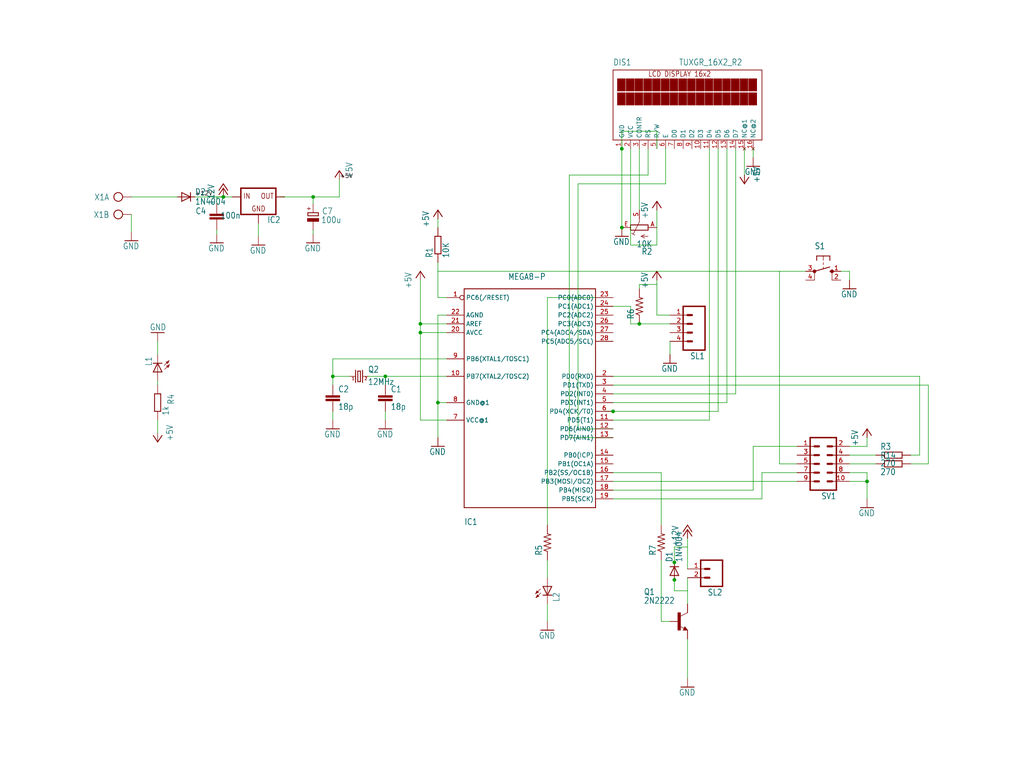
<source format=kicad_sch>
(kicad_sch (version 20231120) (generator "eeschema") (generator_version "8.0")
  (paper "User" 297.002 223.723)
  (lib_symbols
    (symbol "TF_humidity-eagle-import:+12V" (power)
      (symbol "+12V_1_0"
        (polyline (pts (xy 0 0) (xy -1.27 -1.905)) (stroke (width 0.254)))
        (polyline (pts (xy 0 1.27) (xy -1.27 -0.635)) (stroke (width 0.254)))
        (polyline (pts (xy 1.27 -1.905) (xy 0 0)) (stroke (width 0.254)))
        (polyline (pts (xy 1.27 -0.635) (xy 0 1.27)) (stroke (width 0.254)))
        (pin power_in line (at 0 -2.54 90) (length 2.54) (name "+12V") (number "1"))
      )
    )
    (symbol "TF_humidity-eagle-import:+5V" (power)
      (symbol "+5V_1_0"
        (polyline (pts (xy 0 0) (xy -1.27 -1.905)) (stroke (width 0.254)))
        (polyline (pts (xy 1.27 -1.905) (xy 0 0)) (stroke (width 0.254)))
        (pin power_in line (at 0 -2.54 90) (length 2.54) (name "+5V") (number "1"))
      )
    )
    (symbol "TF_humidity-eagle-import:10-XX"
      (property "Reference" "S" (at -6.35 -2.54 90))
      (symbol "10-XX_1_0"
        (circle (center 0 -2.54) (radius 0.127) (stroke (width 0.4064)))
        (polyline (pts (xy -4.445 -1.905) (xy -3.175 -1.905)) (stroke (width 0.254)))
        (polyline (pts (xy -4.445 0) (xy -4.445 -1.905)) (stroke (width 0.254)))
        (polyline (pts (xy -4.445 0) (xy -3.175 0)) (stroke (width 0.1524)))
        (polyline (pts (xy -4.445 1.905) (xy -4.445 0)) (stroke (width 0.254)))
        (polyline (pts (xy -4.445 1.905) (xy -3.175 1.905)) (stroke (width 0.254)))
        (polyline (pts (xy -2.54 0) (xy -1.905 0)) (stroke (width 0.1524)))
        (polyline (pts (xy -1.27 0) (xy -0.635 0)) (stroke (width 0.1524)))
        (polyline (pts (xy 0 -2.54) (xy -1.27 1.905)) (stroke (width 0.254)))
        (polyline (pts (xy 0 1.905) (xy 0 2.54)) (stroke (width 0.254)))
        (polyline (pts (xy 2.54 -2.54) (xy 0 -2.54)) (stroke (width 0.1524)))
        (polyline (pts (xy 2.54 2.54) (xy 0 2.54)) (stroke (width 0.1524)))
        (circle (center 0 2.54) (radius 0.127) (stroke (width 0.4064)))
        (pin passive line (at 0 5.08 270) (length 2.54) (name "S") (number "1"))
        (pin passive line (at 2.54 5.08 270) (length 2.54) (name "S1") (number "2"))
        (pin passive line (at 0 -5.08 90) (length 2.54) (name "P") (number "3"))
        (pin passive line (at 2.54 -5.08 90) (length 2.54) (name "P1") (number "4"))
      )
    )
    (symbol "TF_humidity-eagle-import:1N4004"
      (property "Reference" "D" (at 2.54 0.4826 0))
      (symbol "1N4004_1_0"
        (polyline (pts (xy -1.27 -1.27) (xy 1.27 0)) (stroke (width 0.254)))
        (polyline (pts (xy -1.27 1.27) (xy -1.27 -1.27)) (stroke (width 0.254)))
        (polyline (pts (xy 1.27 0) (xy -1.27 1.27)) (stroke (width 0.254)))
        (polyline (pts (xy 1.27 0) (xy 1.27 -1.27)) (stroke (width 0.254)))
        (polyline (pts (xy 1.27 1.27) (xy 1.27 0)) (stroke (width 0.254)))
        (pin passive line (at -2.54 0 0) (length 2.54) (name "A") (number "A"))
        (pin passive line (at 2.54 0 180) (length 2.54) (name "C") (number "C"))
      )
    )
    (symbol "TF_humidity-eagle-import:78XXS"
      (property "Reference" "IC" (at 2.54 -7.62 0))
      (symbol "78XXS_1_0"
        (polyline (pts (xy -5.08 -5.08) (xy 5.08 -5.08)) (stroke (width 0.4064)))
        (polyline (pts (xy -5.08 2.54) (xy -5.08 -5.08)) (stroke (width 0.4064)))
        (polyline (pts (xy 5.08 -5.08) (xy 5.08 2.54)) (stroke (width 0.4064)))
        (polyline (pts (xy 5.08 2.54) (xy -5.08 2.54)) (stroke (width 0.4064)))
        (text "GND" (at -2.032 -4.318 0) (effects (font (size 1.524 1.2954)) (justify left bottom)))
        (text "IN" (at -4.445 -0.635 0) (effects (font (size 1.524 1.2954)) (justify left bottom)))
        (text "OUT" (at 0.635 -0.635 0) (effects (font (size 1.524 1.2954)) (justify left bottom)))
        (pin input line (at 0 -7.62 90) (length 2.54) (name "GND") (number "GND"))
        (pin input line (at -7.62 0 0) (length 2.54) (name "IN") (number "IN"))
        (pin passive line (at 7.62 0 180) (length 2.54) (name "OUT") (number "OUT"))
      )
    )
    (symbol "TF_humidity-eagle-import:BC547"
      (property "Reference" "Q" (at -10.16 7.62 0))
      (symbol "BC547_1_0"
        (rectangle (start -0.254 -2.54) (end 0.508 2.54) (fill (type outline)))
        (polyline (pts (xy 1.27 -2.54) (xy 1.778 -1.524)) (stroke (width 0.1524)))
        (polyline (pts (xy 1.524 -2.413) (xy 2.286 -2.413)) (stroke (width 0.254)))
        (polyline (pts (xy 1.524 -2.286) (xy 1.905 -2.286)) (stroke (width 0.254)))
        (polyline (pts (xy 1.54 -2.04) (xy 0.308 -1.424)) (stroke (width 0.1524)))
        (polyline (pts (xy 1.778 -1.778) (xy 1.524 -2.286)) (stroke (width 0.254)))
        (polyline (pts (xy 1.778 -1.524) (xy 2.54 -2.54)) (stroke (width 0.1524)))
        (polyline (pts (xy 1.905 -2.286) (xy 1.778 -2.032)) (stroke (width 0.254)))
        (polyline (pts (xy 2.286 -2.413) (xy 1.778 -1.778)) (stroke (width 0.254)))
        (polyline (pts (xy 2.54 -2.54) (xy 1.27 -2.54)) (stroke (width 0.1524)))
        (polyline (pts (xy 2.54 2.54) (xy 0.508 1.524)) (stroke (width 0.1524)))
        (pin passive line (at 2.54 -5.08 90) (length 2.54) (name "E") (number "1"))
        (pin passive line (at -2.54 0 0) (length 2.54) (name "B") (number "2"))
        (pin passive line (at 2.54 5.08 270) (length 2.54) (name "C") (number "3"))
      )
    )
    (symbol "TF_humidity-eagle-import:C-EU025-024X044"
      (property "Reference" "C" (at 1.524 0.381 0))
      (symbol "C-EU025-024X044_1_0"
        (rectangle (start -2.032 -2.032) (end 2.032 -1.524) (fill (type outline)))
        (rectangle (start -2.032 -1.016) (end 2.032 -0.508) (fill (type outline)))
        (polyline (pts (xy 0 -2.54) (xy 0 -2.032)) (stroke (width 0.1524)))
        (polyline (pts (xy 0 0) (xy 0 -0.508)) (stroke (width 0.1524)))
        (pin passive line (at 0 2.54 270) (length 2.54) (name "1") (number "1"))
        (pin passive line (at 0 -5.08 90) (length 2.54) (name "2") (number "2"))
      )
    )
    (symbol "TF_humidity-eagle-import:CPOL-EUE3.5-8"
      (property "Reference" "C" (at 1.143 0.4826 0))
      (symbol "CPOL-EUE3.5-8_1_0"
        (rectangle (start -1.651 -2.54) (end 1.651 -1.651) (fill (type outline)))
        (polyline (pts (xy -1.524 -0.889) (xy 1.524 -0.889)) (stroke (width 0.254)))
        (polyline (pts (xy -1.524 0) (xy -1.524 -0.889)) (stroke (width 0.254)))
        (polyline (pts (xy -1.524 0) (xy 1.524 0)) (stroke (width 0.254)))
        (polyline (pts (xy 1.524 -0.889) (xy 1.524 0)) (stroke (width 0.254)))
        (text "+" (at -0.5842 0.4064 900) (effects (font (size 1.27 1.0795)) (justify left bottom)))
        (pin passive line (at 0 2.54 270) (length 2.54) (name "+") (number "+"))
        (pin passive line (at 0 -5.08 90) (length 2.54) (name "-") (number "-"))
      )
    )
    (symbol "TF_humidity-eagle-import:CRYTALHC49S"
      (property "Reference" "Q" (at 2.54 1.016 0))
      (symbol "CRYTALHC49S_1_0"
        (polyline (pts (xy -2.54 0) (xy -1.016 0)) (stroke (width 0.1524)))
        (polyline (pts (xy -1.016 1.778) (xy -1.016 -1.778)) (stroke (width 0.254)))
        (polyline (pts (xy -0.381 -1.524) (xy 0.381 -1.524)) (stroke (width 0.254)))
        (polyline (pts (xy -0.381 1.524) (xy -0.381 -1.524)) (stroke (width 0.254)))
        (polyline (pts (xy 0.381 -1.524) (xy 0.381 1.524)) (stroke (width 0.254)))
        (polyline (pts (xy 0.381 1.524) (xy -0.381 1.524)) (stroke (width 0.254)))
        (polyline (pts (xy 1.016 0) (xy 2.54 0)) (stroke (width 0.1524)))
        (polyline (pts (xy 1.016 1.778) (xy 1.016 -1.778)) (stroke (width 0.254)))
        (text "1" (at -2.159 -1.143 0) (effects (font (size 0.8636 0.734)) (justify left bottom)))
        (text "2" (at 1.524 -1.143 0) (effects (font (size 0.8636 0.734)) (justify left bottom)))
        (pin passive line (at -2.54 0 0) (length 0) (name "1") (number "1"))
        (pin passive line (at 2.54 0 180) (length 0) (name "2") (number "2"))
      )
    )
    (symbol "TF_humidity-eagle-import:GND" (power)
      (symbol "GND_1_0"
        (polyline (pts (xy -1.905 0) (xy 1.905 0)) (stroke (width 0.254)))
        (pin power_in line (at 0 2.54 270) (length 2.54) (name "GND") (number "1"))
      )
    )
    (symbol "TF_humidity-eagle-import:LED5MM"
      (property "Reference" "LED" (at 3.556 -4.572 90))
      (symbol "LED5MM_1_0"
        (polyline (pts (xy -2.032 -0.762) (xy -3.429 -2.159)) (stroke (width 0.1524)))
        (polyline (pts (xy -1.905 -1.905) (xy -3.302 -3.302)) (stroke (width 0.1524)))
        (polyline (pts (xy 0 -2.54) (xy -1.27 -2.54)) (stroke (width 0.254)))
        (polyline (pts (xy 0 -2.54) (xy -1.27 0)) (stroke (width 0.254)))
        (polyline (pts (xy 0 0) (xy -1.27 0)) (stroke (width 0.254)))
        (polyline (pts (xy 0 0) (xy 0 -2.54)) (stroke (width 0.1524)))
        (polyline (pts (xy 1.27 -2.54) (xy 0 -2.54)) (stroke (width 0.254)))
        (polyline (pts (xy 1.27 0) (xy 0 -2.54)) (stroke (width 0.254)))
        (polyline (pts (xy 1.27 0) (xy 0 0)) (stroke (width 0.254)))
        (polyline (pts (xy -3.429 -2.159) (xy -3.048 -1.27) (xy -2.54 -1.778)) (stroke (width 0.1524)) (fill (type outline)))
        (polyline (pts (xy -3.302 -3.302) (xy -2.921 -2.413) (xy -2.413 -2.921)) (stroke (width 0.1524)) (fill (type outline)))
        (pin passive line (at 0 2.54 270) (length 2.54) (name "A") (number "A"))
        (pin passive line (at 0 -5.08 90) (length 2.54) (name "C") (number "K"))
      )
    )
    (symbol "TF_humidity-eagle-import:M02"
      (property "Reference" "SL" (at -2.54 5.842 0))
      (symbol "M02_1_0"
        (polyline (pts (xy -2.54 5.08) (xy -2.54 -2.54)) (stroke (width 0.4064)))
        (polyline (pts (xy -2.54 5.08) (xy 3.81 5.08)) (stroke (width 0.4064)))
        (polyline (pts (xy 1.27 0) (xy 2.54 0)) (stroke (width 0.6096)))
        (polyline (pts (xy 1.27 2.54) (xy 2.54 2.54)) (stroke (width 0.6096)))
        (polyline (pts (xy 3.81 -2.54) (xy -2.54 -2.54)) (stroke (width 0.4064)))
        (polyline (pts (xy 3.81 -2.54) (xy 3.81 5.08)) (stroke (width 0.4064)))
        (pin passive line (at 7.62 0 180) (length 5.08) (name "1") (number "1"))
        (pin passive line (at 7.62 2.54 180) (length 5.08) (name "2") (number "2"))
      )
    )
    (symbol "TF_humidity-eagle-import:M04"
      (property "Reference" "SL" (at -5.08 8.382 0))
      (symbol "M04_1_0"
        (polyline (pts (xy -5.08 7.62) (xy -5.08 -5.08)) (stroke (width 0.4064)))
        (polyline (pts (xy -5.08 7.62) (xy 1.27 7.62)) (stroke (width 0.4064)))
        (polyline (pts (xy -1.27 -2.54) (xy 0 -2.54)) (stroke (width 0.6096)))
        (polyline (pts (xy -1.27 0) (xy 0 0)) (stroke (width 0.6096)))
        (polyline (pts (xy -1.27 2.54) (xy 0 2.54)) (stroke (width 0.6096)))
        (polyline (pts (xy -1.27 5.08) (xy 0 5.08)) (stroke (width 0.6096)))
        (polyline (pts (xy 1.27 -5.08) (xy -5.08 -5.08)) (stroke (width 0.4064)))
        (polyline (pts (xy 1.27 -5.08) (xy 1.27 7.62)) (stroke (width 0.4064)))
        (pin passive line (at 5.08 -2.54 180) (length 5.08) (name "1") (number "1"))
        (pin passive line (at 5.08 0 180) (length 5.08) (name "2") (number "2"))
        (pin passive line (at 5.08 2.54 180) (length 5.08) (name "3") (number "3"))
        (pin passive line (at 5.08 5.08 180) (length 5.08) (name "4") (number "4"))
      )
    )
    (symbol "TF_humidity-eagle-import:MEGA8-P"
      (property "Reference" "IC" (at -17.78 -38.1 0))
      (symbol "MEGA8-P_1_0"
        (polyline (pts (xy -17.78 -33.02) (xy -17.78 30.48)) (stroke (width 0.254)))
        (polyline (pts (xy -17.78 30.48) (xy 20.32 30.48)) (stroke (width 0.254)))
        (polyline (pts (xy 20.32 -33.02) (xy -17.78 -33.02)) (stroke (width 0.254)))
        (polyline (pts (xy 20.32 30.48) (xy 20.32 -33.02)) (stroke (width 0.254)))
        (pin bidirectional inverted (at -22.86 27.94 0) (length 5.08) (name "PC6(/RESET)") (number "1"))
        (pin bidirectional line (at -22.86 5.08 0) (length 5.08) (name "PB7(XTAL2/TOSC2)") (number "10"))
        (pin bidirectional line (at 25.4 -7.62 180) (length 5.08) (name "PD5(T1)") (number "11"))
        (pin bidirectional line (at 25.4 -10.16 180) (length 5.08) (name "PD6(AIN0)") (number "12"))
        (pin bidirectional line (at 25.4 -12.7 180) (length 5.08) (name "PD7(AIN1)") (number "13"))
        (pin bidirectional line (at 25.4 -17.78 180) (length 5.08) (name "PB0(ICP)") (number "14"))
        (pin bidirectional line (at 25.4 -20.32 180) (length 5.08) (name "PB1(OC1A)") (number "15"))
        (pin bidirectional line (at 25.4 -22.86 180) (length 5.08) (name "PB2(SS/OC1B)") (number "16"))
        (pin bidirectional line (at 25.4 -25.4 180) (length 5.08) (name "PB3(MOSI/OC2)") (number "17"))
        (pin bidirectional line (at 25.4 -27.94 180) (length 5.08) (name "PB4(MISO)") (number "18"))
        (pin bidirectional line (at 25.4 -30.48 180) (length 5.08) (name "PB5(SCK)") (number "19"))
        (pin bidirectional line (at 25.4 5.08 180) (length 5.08) (name "PD0(RXD)") (number "2"))
        (pin bidirectional line (at -22.86 17.78 0) (length 5.08) (name "AVCC") (number "20"))
        (pin bidirectional line (at -22.86 20.32 0) (length 5.08) (name "AREF") (number "21"))
        (pin bidirectional line (at -22.86 22.86 0) (length 5.08) (name "AGND") (number "22"))
        (pin bidirectional line (at 25.4 27.94 180) (length 5.08) (name "PC0(ADC0)") (number "23"))
        (pin bidirectional line (at 25.4 25.4 180) (length 5.08) (name "PC1(ADC1)") (number "24"))
        (pin bidirectional line (at 25.4 22.86 180) (length 5.08) (name "PC2(ADC2)") (number "25"))
        (pin bidirectional line (at 25.4 20.32 180) (length 5.08) (name "PC3(ADC3)") (number "26"))
        (pin bidirectional line (at 25.4 17.78 180) (length 5.08) (name "PC4(ADC4/SDA)") (number "27"))
        (pin bidirectional line (at 25.4 15.24 180) (length 5.08) (name "PC5(ADC5/SCL)") (number "28"))
        (pin bidirectional line (at 25.4 2.54 180) (length 5.08) (name "PD1(TXD)") (number "3"))
        (pin bidirectional line (at 25.4 0 180) (length 5.08) (name "PD2(INT0)") (number "4"))
        (pin bidirectional line (at 25.4 -2.54 180) (length 5.08) (name "PD3(INT1)") (number "5"))
        (pin bidirectional line (at 25.4 -5.08 180) (length 5.08) (name "PD4(XCK/T0)") (number "6"))
        (pin bidirectional line (at -22.86 -7.62 0) (length 5.08) (name "VCC@1") (number "7"))
        (pin bidirectional line (at -22.86 -2.54 0) (length 5.08) (name "GND@1") (number "8"))
        (pin bidirectional line (at -22.86 10.16 0) (length 5.08) (name "PB6(XTAL1/TOSC1)") (number "9"))
      )
    )
    (symbol "TF_humidity-eagle-import:ML10"
      (property "Reference" "SV" (at -3.81 8.382 0))
      (symbol "ML10_1_0"
        (polyline (pts (xy -3.81 7.62) (xy -3.81 -7.62)) (stroke (width 0.4064)))
        (polyline (pts (xy -3.81 7.62) (xy 3.81 7.62)) (stroke (width 0.4064)))
        (polyline (pts (xy -2.54 -5.08) (xy -1.27 -5.08)) (stroke (width 0.6096)))
        (polyline (pts (xy -2.54 -2.54) (xy -1.27 -2.54)) (stroke (width 0.6096)))
        (polyline (pts (xy -2.54 0) (xy -1.27 0)) (stroke (width 0.6096)))
        (polyline (pts (xy -2.54 2.54) (xy -1.27 2.54)) (stroke (width 0.6096)))
        (polyline (pts (xy -2.54 5.08) (xy -1.27 5.08)) (stroke (width 0.6096)))
        (polyline (pts (xy 1.27 -5.08) (xy 2.54 -5.08)) (stroke (width 0.6096)))
        (polyline (pts (xy 1.27 -2.54) (xy 2.54 -2.54)) (stroke (width 0.6096)))
        (polyline (pts (xy 1.27 0) (xy 2.54 0)) (stroke (width 0.6096)))
        (polyline (pts (xy 1.27 2.54) (xy 2.54 2.54)) (stroke (width 0.6096)))
        (polyline (pts (xy 1.27 5.08) (xy 2.54 5.08)) (stroke (width 0.6096)))
        (polyline (pts (xy 3.81 -7.62) (xy -3.81 -7.62)) (stroke (width 0.4064)))
        (polyline (pts (xy 3.81 -7.62) (xy 3.81 7.62)) (stroke (width 0.4064)))
        (pin passive line (at 7.62 -5.08 180) (length 5.08) (name "1") (number "1"))
        (pin passive line (at -7.62 5.08 0) (length 5.08) (name "10") (number "10"))
        (pin passive line (at -7.62 -5.08 0) (length 5.08) (name "2") (number "2"))
        (pin passive line (at 7.62 -2.54 180) (length 5.08) (name "3") (number "3"))
        (pin passive line (at -7.62 -2.54 0) (length 5.08) (name "4") (number "4"))
        (pin passive line (at 7.62 0 180) (length 5.08) (name "5") (number "5"))
        (pin passive line (at -7.62 0 0) (length 5.08) (name "6") (number "6"))
        (pin passive line (at 7.62 2.54 180) (length 5.08) (name "7") (number "7"))
        (pin passive line (at -7.62 2.54 0) (length 5.08) (name "8") (number "8"))
        (pin passive line (at 7.62 5.08 180) (length 5.08) (name "9") (number "9"))
      )
    )
    (symbol "TF_humidity-eagle-import:R-EU_0207/10"
      (property "Reference" "R" (at -3.81 1.4986 0))
      (symbol "R-EU_0207/10_1_0"
        (polyline (pts (xy -2.54 -0.889) (xy -2.54 0.889)) (stroke (width 0.254)))
        (polyline (pts (xy -2.54 -0.889) (xy 2.54 -0.889)) (stroke (width 0.254)))
        (polyline (pts (xy 2.54 -0.889) (xy 2.54 0.889)) (stroke (width 0.254)))
        (polyline (pts (xy 2.54 0.889) (xy -2.54 0.889)) (stroke (width 0.254)))
        (pin passive line (at -5.08 0 0) (length 2.54) (name "1") (number "1"))
        (pin passive line (at 5.08 0 180) (length 2.54) (name "2") (number "2"))
      )
    )
    (symbol "TF_humidity-eagle-import:R-US_0207/10"
      (property "Reference" "R" (at -3.81 1.4986 0))
      (symbol "R-US_0207/10_1_0"
        (polyline (pts (xy -2.54 0) (xy -2.159 1.016)) (stroke (width 0.2032)))
        (polyline (pts (xy -2.159 1.016) (xy -1.524 -1.016)) (stroke (width 0.2032)))
        (polyline (pts (xy -1.524 -1.016) (xy -0.889 1.016)) (stroke (width 0.2032)))
        (polyline (pts (xy -0.889 1.016) (xy -0.254 -1.016)) (stroke (width 0.2032)))
        (polyline (pts (xy -0.254 -1.016) (xy 0.381 1.016)) (stroke (width 0.2032)))
        (polyline (pts (xy 0.381 1.016) (xy 1.016 -1.016)) (stroke (width 0.2032)))
        (polyline (pts (xy 1.016 -1.016) (xy 1.651 1.016)) (stroke (width 0.2032)))
        (polyline (pts (xy 1.651 1.016) (xy 2.286 -1.016)) (stroke (width 0.2032)))
        (polyline (pts (xy 2.286 -1.016) (xy 2.54 0)) (stroke (width 0.2032)))
        (pin passive line (at -5.08 0 0) (length 2.54) (name "1") (number "1"))
        (pin passive line (at 5.08 0 180) (length 2.54) (name "2") (number "2"))
      )
    )
    (symbol "TF_humidity-eagle-import:SMKDSP_1,5/2"
      (property "Reference" "X" (at -1.27 0.889 0))
      (symbol "SMKDSP_1,5/2_1_0"
        (circle (center 1.27 0) (radius 1.27) (stroke (width 0.254)))
        (pin passive line (at 5.08 0 180) (length 2.54) (name "KL") (number "1"))
      )
      (symbol "SMKDSP_1,5/2_2_0"
        (circle (center 1.27 0) (radius 1.27) (stroke (width 0.254)))
        (pin passive line (at 5.08 0 180) (length 2.54) (name "KL") (number "2"))
      )
    )
    (symbol "TF_humidity-eagle-import:TRIM_EU-CA6V"
      (property "Reference" "R" (at -5.969 -3.81 90))
      (symbol "TRIM_EU-CA6V_1_0"
        (polyline (pts (xy -2.54 -2.54) (xy -2.54 -0.508)) (stroke (width 0.1524)))
        (polyline (pts (xy -2.54 -0.508) (xy -3.048 -1.524)) (stroke (width 0.1524)))
        (polyline (pts (xy -2.54 -0.508) (xy -2.032 -1.524)) (stroke (width 0.1524)))
        (polyline (pts (xy -2.1597 1.2939) (xy -1.7018 2.2352)) (stroke (width 0.1524)))
        (polyline (pts (xy -0.762 -2.54) (xy 0.762 -2.54)) (stroke (width 0.254)))
        (polyline (pts (xy -0.762 2.54) (xy -0.762 -2.54)) (stroke (width 0.254)))
        (polyline (pts (xy 0.762 -2.54) (xy 0.762 2.54)) (stroke (width 0.254)))
        (polyline (pts (xy 0.762 2.54) (xy -0.762 2.54)) (stroke (width 0.254)))
        (polyline (pts (xy 1.651 0) (xy -1.8796 1.7526)) (stroke (width 0.1524)))
        (polyline (pts (xy 2.54 0) (xy 1.651 0)) (stroke (width 0.1524)))
        (pin passive line (at 0 -5.08 90) (length 2.54) (name "A") (number "A"))
        (pin passive line (at 0 5.08 270) (length 2.54) (name "E") (number "E"))
        (pin passive line (at 5.08 0 180) (length 2.54) (name "S") (number "S"))
      )
    )
    (symbol "TF_humidity-eagle-import:TUXGR_16X2_R2"
      (property "Reference" "DIS" (at -20.32 13.97 0))
      (symbol "TUXGR_16X2_R2_1_0"
        (rectangle (start -19.05 2.54) (end -16.764 6.096) (fill (type outline)))
        (rectangle (start -19.05 6.604) (end -16.764 10.16) (fill (type outline)))
        (rectangle (start -16.51 2.54) (end -14.224 6.096) (fill (type outline)))
        (rectangle (start -16.51 6.604) (end -14.224 10.16) (fill (type outline)))
        (rectangle (start -13.97 2.54) (end -11.684 6.096) (fill (type outline)))
        (rectangle (start -13.97 6.604) (end -11.684 10.16) (fill (type outline)))
        (rectangle (start -11.43 2.54) (end -9.144 6.096) (fill (type outline)))
        (rectangle (start -11.43 6.604) (end -9.144 10.16) (fill (type outline)))
        (rectangle (start -8.89 2.54) (end -6.604 6.096) (fill (type outline)))
        (rectangle (start -8.89 6.604) (end -6.604 10.16) (fill (type outline)))
        (rectangle (start -6.35 2.54) (end -4.064 6.096) (fill (type outline)))
        (rectangle (start -6.35 6.604) (end -4.064 10.16) (fill (type outline)))
        (rectangle (start -3.81 2.54) (end -1.524 6.096) (fill (type outline)))
        (rectangle (start -3.81 6.604) (end -1.524 10.16) (fill (type outline)))
        (rectangle (start -1.27 2.54) (end 1.016 6.096) (fill (type outline)))
        (rectangle (start -1.27 6.604) (end 1.016 10.16) (fill (type outline)))
        (polyline (pts (xy -20.32 -7.62) (xy 22.86 -7.62)) (stroke (width 0.2032)))
        (polyline (pts (xy -20.32 12.7) (xy -20.32 -7.62)) (stroke (width 0.2032)))
        (polyline (pts (xy 22.86 -7.62) (xy 22.86 12.7)) (stroke (width 0.2032)))
        (polyline (pts (xy 22.86 12.7) (xy -20.32 12.7)) (stroke (width 0.2032)))
        (rectangle (start 1.27 2.54) (end 3.556 6.096) (fill (type outline)))
        (rectangle (start 1.27 6.604) (end 3.556 10.16) (fill (type outline)))
        (rectangle (start 3.81 2.54) (end 6.096 6.096) (fill (type outline)))
        (rectangle (start 3.81 6.604) (end 6.096 10.16) (fill (type outline)))
        (rectangle (start 6.35 2.54) (end 8.636 6.096) (fill (type outline)))
        (rectangle (start 6.35 6.604) (end 8.636 10.16) (fill (type outline)))
        (rectangle (start 8.89 2.54) (end 11.176 6.096) (fill (type outline)))
        (rectangle (start 8.89 6.604) (end 11.176 10.16) (fill (type outline)))
        (rectangle (start 11.43 2.54) (end 13.716 6.096) (fill (type outline)))
        (rectangle (start 11.43 6.604) (end 13.716 10.16) (fill (type outline)))
        (rectangle (start 13.97 2.54) (end 16.256 6.096) (fill (type outline)))
        (rectangle (start 13.97 6.604) (end 16.256 10.16) (fill (type outline)))
        (rectangle (start 16.51 2.54) (end 18.796 6.096) (fill (type outline)))
        (rectangle (start 16.51 6.604) (end 18.796 10.16) (fill (type outline)))
        (rectangle (start 19.05 2.54) (end 21.336 6.096) (fill (type outline)))
        (rectangle (start 19.05 6.604) (end 21.336 10.16) (fill (type outline)))
        (text "LCD DISPLAY 16x2" (at -10.16 10.668 0) (effects (font (size 1.524 1.2954)) (justify left bottom)))
        (pin power_in line (at -17.78 -10.16 90) (length 2.54) (name "GND") (number "1"))
        (pin input line (at 5.08 -10.16 90) (length 2.54) (name "D3") (number "10"))
        (pin input line (at 7.62 -10.16 90) (length 2.54) (name "D4") (number "11"))
        (pin input line (at 10.16 -10.16 90) (length 2.54) (name "D5") (number "12"))
        (pin input line (at 12.7 -10.16 90) (length 2.54) (name "D6") (number "13"))
        (pin input line (at 15.24 -10.16 90) (length 2.54) (name "D7") (number "14"))
        (pin no_connect line (at 17.78 -10.16 90) (length 2.54) (name "NC@1") (number "15"))
        (pin no_connect line (at 20.32 -10.16 90) (length 2.54) (name "NC@2") (number "16"))
        (pin power_in line (at -15.24 -10.16 90) (length 2.54) (name "VCC") (number "2"))
        (pin input line (at -12.7 -10.16 90) (length 2.54) (name "CONTR") (number "3"))
        (pin input line (at -10.16 -10.16 90) (length 2.54) (name "RS") (number "4"))
        (pin input line (at -7.62 -10.16 90) (length 2.54) (name "R/W") (number "5"))
        (pin input line (at -5.08 -10.16 90) (length 2.54) (name "E") (number "6"))
        (pin input line (at -2.54 -10.16 90) (length 2.54) (name "D0") (number "7"))
        (pin input line (at 0 -10.16 90) (length 2.54) (name "D1") (number "8"))
        (pin input line (at 2.54 -10.16 90) (length 2.54) (name "D2") (number "9"))
      )
    )
    (symbol "TF_humidity-eagle-import:resistor_C-EU025-030X050"
      (property "Reference" "C" (at 1.524 0.381 0))
      (symbol "resistor_C-EU025-030X050_1_0"
        (rectangle (start -2.032 -2.032) (end 2.032 -1.524) (fill (type outline)))
        (rectangle (start -2.032 -1.016) (end 2.032 -0.508) (fill (type outline)))
        (polyline (pts (xy 0 -2.54) (xy 0 -2.032)) (stroke (width 0.1524)))
        (polyline (pts (xy 0 0) (xy 0 -0.508)) (stroke (width 0.1524)))
        (pin passive line (at 0 2.54 270) (length 2.54) (name "1") (number "1"))
        (pin passive line (at 0 -5.08 90) (length 2.54) (name "2") (number "2"))
      )
    )
    (symbol "TF_humidity-eagle-import:resistor_R-EU_0207/10"
      (property "Reference" "R" (at -3.81 1.4986 0))
      (symbol "resistor_R-EU_0207/10_1_0"
        (polyline (pts (xy -2.54 -0.889) (xy -2.54 0.889)) (stroke (width 0.254)))
        (polyline (pts (xy -2.54 -0.889) (xy 2.54 -0.889)) (stroke (width 0.254)))
        (polyline (pts (xy 2.54 -0.889) (xy 2.54 0.889)) (stroke (width 0.254)))
        (polyline (pts (xy 2.54 0.889) (xy -2.54 0.889)) (stroke (width 0.254)))
        (pin passive line (at -5.08 0 0) (length 2.54) (name "1") (number "1"))
        (pin passive line (at 5.08 0 180) (length 2.54) (name "2") (number "2"))
      )
    )
  )
  (junction (at 195.58 168.275))
  (junction (at 121.92 96.52))
  (junction (at 121.92 93.98))
  (junction (at 127 116.84))
  (junction (at 180.34 66.04))
  (junction (at 195.58 163.195))
  (junction (at 251.46 139.7))
  (junction (at 90.805 57.15))
  (junction (at 64.77 57.15))
  (junction (at 111.76 109.22))
  (junction (at 96.52 109.22))
  (junction (at 185.42 93.98))
  (junction (at 177.8 119.38))
  (junction (at 180.34 43.18))
  (wire (pts (xy 191.77 162.56) (xy 191.77 180.34)) (stroke (width 0.1524)))
  (wire (pts (xy 190.5 82.55) (xy 190.5 91.44)) (stroke (width 0.1524)))
  (wire (pts (xy 177.8 142.24) (xy 218.44 142.24)) (stroke (width 0.1524)))
  (wire (pts (xy 210.82 43.18) (xy 210.82 116.84)) (stroke (width 0.1524)))
  (wire (pts (xy 62.8507 57.1656) (xy 62.865 59.055)) (stroke (width 0.1524)))
  (wire (pts (xy 226.06 78.74) (xy 233.68 78.74)) (stroke (width 0.1524)))
  (wire (pts (xy 191.77 137.16) (xy 191.77 152.4)) (stroke (width 0.1524)))
  (wire (pts (xy 45.72 99.06) (xy 45.72 102.87)) (stroke (width 0.1524)))
  (wire (pts (xy 231.14 137.16) (xy 220.98 137.16)) (stroke (width 0.1524)))
  (wire (pts (xy 177.8 119.38) (xy 175.26 119.38)) (stroke (width 0.1524)))
  (wire (pts (xy 127 78.74) (xy 127 86.36)) (stroke (width 0.1524)))
  (wire (pts (xy 199.39 171.45) (xy 199.39 175.26)) (stroke (width 0.1524)))
  (wire (pts (xy 96.52 104.14) (xy 96.52 109.22)) (stroke (width 0.1524)))
  (wire (pts (xy 220.98 137.16) (xy 220.98 144.78)) (stroke (width 0.1524)))
  (wire (pts (xy 127 66.04) (xy 127 63.5)) (stroke (width 0.1524)))
  (wire (pts (xy 194.31 91.44) (xy 190.5 91.44)) (stroke (width 0.1524)))
  (wire (pts (xy 199.39 158.75) (xy 199.39 165.1)) (stroke (width 0.1524)))
  (wire (pts (xy 127 78.74) (xy 226.06 78.74)) (stroke (width 0.1524)))
  (wire (pts (xy 96.52 121.92) (xy 96.52 119.38)) (stroke (width 0.1524)))
  (wire (pts (xy 177.8 111.76) (xy 269.24 111.76)) (stroke (width 0.1524)))
  (wire (pts (xy 127 116.84) (xy 127 127)) (stroke (width 0.1524)))
  (wire (pts (xy 199.39 158.75) (xy 195.58 158.75)) (stroke (width 0.1524)))
  (wire (pts (xy 111.76 111.76) (xy 111.76 109.22)) (stroke (width 0.1524)))
  (wire (pts (xy 177.8 137.16) (xy 191.77 137.16)) (stroke (width 0.1524)))
  (wire (pts (xy 208.28 43.18) (xy 208.28 119.38)) (stroke (width 0.1524)))
  (wire (pts (xy 127 86.36) (xy 129.54 86.36)) (stroke (width 0.1524)))
  (wire (pts (xy 215.9 50.8) (xy 215.9 43.18)) (stroke (width 0.1524)))
  (wire (pts (xy 90.805 66.802) (xy 90.805 67.945)) (stroke (width 0.1524)))
  (wire (pts (xy 106.68 109.22) (xy 111.76 109.22)) (stroke (width 0.1524)))
  (wire (pts (xy 264.16 132.08) (xy 266.7 132.08)) (stroke (width 0.1524)))
  (wire (pts (xy 101.6 109.22) (xy 96.52 109.22)) (stroke (width 0.1524)))
  (wire (pts (xy 199.39 156.21) (xy 199.39 158.75)) (stroke (width 0.1524)))
  (wire (pts (xy 195.58 163.195) (xy 195.58 163.83)) (stroke (width 0.1524)))
  (wire (pts (xy 165.1 127) (xy 165.1 50.8)) (stroke (width 0.1524)))
  (wire (pts (xy 195.58 171.45) (xy 199.39 171.45)) (stroke (width 0.1524)))
  (wire (pts (xy 185.42 82.55) (xy 185.42 83.82)) (stroke (width 0.1524)))
  (wire (pts (xy 177.8 109.22) (xy 266.7 109.22)) (stroke (width 0.1524)))
  (wire (pts (xy 45.72 125.73) (xy 45.72 121.92)) (stroke (width 0.1524)))
  (wire (pts (xy 177.8 121.92) (xy 205.74 121.92)) (stroke (width 0.1524)))
  (wire (pts (xy 129.54 93.98) (xy 121.92 93.98)) (stroke (width 0.1524)))
  (wire (pts (xy 127 91.44) (xy 127 116.84)) (stroke (width 0.1524)))
  (wire (pts (xy 246.38 78.74) (xy 246.38 81.28)) (stroke (width 0.1524)))
  (wire (pts (xy 158.75 175.26) (xy 158.75 180.34)) (stroke (width 0.1524)))
  (wire (pts (xy 266.7 132.08) (xy 266.7 109.22)) (stroke (width 0.1524)))
  (wire (pts (xy 167.64 124.46) (xy 177.8 124.46)) (stroke (width 0.1524)))
  (wire (pts (xy 38.1 67.31) (xy 38.1 62.23)) (stroke (width 0.1524)))
  (wire (pts (xy 226.06 78.74) (xy 226.06 134.62)) (stroke (width 0.1524)))
  (wire (pts (xy 177.8 88.9) (xy 182.88 88.9)) (stroke (width 0.1524)))
  (wire (pts (xy 111.76 109.22) (xy 129.54 109.22)) (stroke (width 0.1524)))
  (wire (pts (xy 193.04 53.34) (xy 167.64 53.34)) (stroke (width 0.1524)))
  (wire (pts (xy 193.04 43.18) (xy 193.04 53.34)) (stroke (width 0.1524)))
  (wire (pts (xy 51.435 57.15) (xy 38.1 57.15)) (stroke (width 0.1524)))
  (wire (pts (xy 121.92 121.92) (xy 121.92 96.52)) (stroke (width 0.1524)))
  (wire (pts (xy 190.5 66.04) (xy 190.5 71.12)) (stroke (width 0.1524)))
  (wire (pts (xy 187.96 43.18) (xy 187.96 50.8)) (stroke (width 0.1524)))
  (wire (pts (xy 195.58 168.275) (xy 195.58 171.45)) (stroke (width 0.1524)))
  (wire (pts (xy 190.5 71.12) (xy 182.88 71.12)) (stroke (width 0.1524)))
  (wire (pts (xy 62.865 66.675) (xy 62.865 67.945)) (stroke (width 0.1524)))
  (wire (pts (xy 98.425 52.07) (xy 98.425 57.15)) (stroke (width 0.1524)))
  (wire (pts (xy 64.77 57.15) (xy 62.8507 57.1656)) (stroke (width 0.1524)))
  (wire (pts (xy 167.64 53.34) (xy 167.64 124.46)) (stroke (width 0.1524)))
  (wire (pts (xy 74.93 68.58) (xy 74.93 64.77)) (stroke (width 0.1524)))
  (wire (pts (xy 190.5 66.04) (xy 190.5 60.96)) (stroke (width 0.1524)))
  (wire (pts (xy 96.52 109.22) (xy 96.52 111.76)) (stroke (width 0.1524)))
  (wire (pts (xy 129.54 96.52) (xy 121.92 96.52)) (stroke (width 0.1524)))
  (wire (pts (xy 185.42 93.98) (xy 194.31 93.98)) (stroke (width 0.1524)))
  (wire (pts (xy 177.8 114.3) (xy 213.36 114.3)) (stroke (width 0.1524)))
  (wire (pts (xy 177.8 139.7) (xy 231.14 139.7)) (stroke (width 0.1524)))
  (wire (pts (xy 190.5 81.28) (xy 190.5 82.55)) (stroke (width 0.1524)))
  (wire (pts (xy 191.77 180.34) (xy 194.31 180.34)) (stroke (width 0.1524)))
  (wire (pts (xy 182.88 71.12) (xy 182.88 43.18)) (stroke (width 0.1524)))
  (wire (pts (xy 185.42 60.96) (xy 185.42 43.18)) (stroke (width 0.1524)))
  (wire (pts (xy 67.31 57.15) (xy 64.77 57.15)) (stroke (width 0.1524)))
  (wire (pts (xy 254 132.08) (xy 246.38 132.08)) (stroke (width 0.1524)))
  (wire (pts (xy 246.38 139.7) (xy 251.46 139.7)) (stroke (width 0.1524)))
  (wire (pts (xy 82.55 57.15) (xy 81.28 57.15)) (stroke (width 0.1524)))
  (wire (pts (xy 246.38 134.62) (xy 254 134.62)) (stroke (width 0.1524)))
  (wire (pts (xy 121.92 93.98) (xy 121.92 81.28)) (stroke (width 0.1524)))
  (wire (pts (xy 218.44 43.18) (xy 218.44 45.72)) (stroke (width 0.1524)))
  (wire (pts (xy 182.88 88.9) (xy 182.88 93.98)) (stroke (width 0.1524)))
  (wire (pts (xy 180.34 38.1) (xy 190.5 38.1)) (stroke (width 0.1524)))
  (wire (pts (xy 226.06 134.62) (xy 231.14 134.62)) (stroke (width 0.1524)))
  (wire (pts (xy 129.54 91.44) (xy 127 91.44)) (stroke (width 0.1524)))
  (wire (pts (xy 177.8 127) (xy 165.1 127)) (stroke (width 0.1524)))
  (wire (pts (xy 90.805 57.15) (xy 98.425 57.15)) (stroke (width 0.1524)))
  (wire (pts (xy 127 76.2) (xy 127 78.74)) (stroke (width 0.1524)))
  (wire (pts (xy 205.74 121.92) (xy 205.74 43.18)) (stroke (width 0.1524)))
  (wire (pts (xy 246.38 137.16) (xy 251.46 137.16)) (stroke (width 0.1524)))
  (wire (pts (xy 251.46 137.16) (xy 251.46 139.7)) (stroke (width 0.1524)))
  (wire (pts (xy 129.54 116.84) (xy 127 116.84)) (stroke (width 0.1524)))
  (wire (pts (xy 243.84 78.74) (xy 246.38 78.74)) (stroke (width 0.1524)))
  (wire (pts (xy 210.82 116.84) (xy 177.8 116.84)) (stroke (width 0.1524)))
  (wire (pts (xy 251.46 127) (xy 251.46 129.54)) (stroke (width 0.1524)))
  (wire (pts (xy 111.76 121.92) (xy 111.76 119.38)) (stroke (width 0.1524)))
  (wire (pts (xy 264.16 134.62) (xy 269.24 134.62)) (stroke (width 0.1524)))
  (wire (pts (xy 129.54 104.14) (xy 96.52 104.14)) (stroke (width 0.1524)))
  (wire (pts (xy 62.8274 57.1799) (xy 62.865 57.15)) (stroke (width 0.1524)))
  (wire (pts (xy 158.75 86.36) (xy 158.75 152.4)) (stroke (width 0.1524)))
  (wire (pts (xy 45.72 111.76) (xy 45.72 110.49)) (stroke (width 0.1524)))
  (wire (pts (xy 64.77 57.15) (xy 56.515 57.15)) (stroke (width 0.1524)))
  (wire (pts (xy 218.44 129.54) (xy 231.14 129.54)) (stroke (width 0.1524)))
  (wire (pts (xy 199.39 185.42) (xy 199.39 196.85)) (stroke (width 0.1524)))
  (wire (pts (xy 90.805 59.182) (xy 90.805 57.15)) (stroke (width 0.1524)))
  (wire (pts (xy 177.8 86.36) (xy 158.75 86.36)) (stroke (width 0.1524)))
  (wire (pts (xy 190.5 38.1) (xy 190.5 43.18)) (stroke (width 0.1524)))
  (wire (pts (xy 195.58 158.75) (xy 195.58 163.195)) (stroke (width 0.1524)))
  (wire (pts (xy 251.46 129.54) (xy 246.38 129.54)) (stroke (width 0.1524)))
  (wire (pts (xy 269.24 111.76) (xy 269.24 134.62)) (stroke (width 0.1524)))
  (wire (pts (xy 82.55 57.15) (xy 90.805 57.15)) (stroke (width 0.1524)))
  (wire (pts (xy 121.92 96.52) (xy 121.92 93.98)) (stroke (width 0.1524)))
  (wire (pts (xy 251.46 139.7) (xy 251.46 144.78)) (stroke (width 0.1524)))
  (wire (pts (xy 195.58 167.64) (xy 195.58 168.275)) (stroke (width 0.1524)))
  (wire (pts (xy 208.28 119.38) (xy 177.8 119.38)) (stroke (width 0.1524)))
  (wire (pts (xy 190.5 82.55) (xy 185.42 82.55)) (stroke (width 0.1524)))
  (wire (pts (xy 182.88 93.98) (xy 185.42 93.98)) (stroke (width 0.1524)))
  (wire (pts (xy 180.34 66.04) (xy 180.34 43.18)) (stroke (width 0.1524)))
  (wire (pts (xy 220.98 144.78) (xy 177.8 144.78)) (stroke (width 0.1524)))
  (wire (pts (xy 199.39 167.64) (xy 199.39 171.45)) (stroke (width 0.1524)))
  (wire (pts (xy 194.31 102.87) (xy 194.31 99.06)) (stroke (width 0.1524)))
  (wire (pts (xy 187.96 50.8) (xy 165.1 50.8)) (stroke (width 0.1524)))
  (wire (pts (xy 158.75 167.64) (xy 158.75 162.56)) (stroke (width 0.1524)))
  (wire (pts (xy 213.36 114.3) (xy 213.36 43.18)) (stroke (width 0.1524)))
  (wire (pts (xy 218.44 142.24) (xy 218.44 129.54)) (stroke (width 0.1524)))
  (wire (pts (xy 180.34 43.18) (xy 180.34 38.1)) (stroke (width 0.1524)))
  (wire (pts (xy 129.54 121.92) (xy 121.92 121.92)) (stroke (width 0.1524)))
  (label "+12V" (at 56.515 57.15 0) (effects (font (size 1.2446 1.2446))))
  (label "+5V" (at 98.425 52.07 0) (effects (font (size 1.2446 1.2446))))
  (symbol (lib_id "TF_humidity-eagle-import:GND") (at 111.76 124.46 0) (unit 1)
    (property "Reference" "#GND1" (effects (hide yes)))
    (property "Value" "GND" (at 109.22 127 0) (effects (font (size 1.778 1.5113)) (justify left bottom)))
  )
  (symbol (lib_id "TF_humidity-eagle-import:78XXS") (at 74.93 57.15 0) (unit 1)
    (property "Reference" "IC2" (at 77.47 64.77 0) (effects (font (size 1.778 1.5113)) (justify left bottom)))
    (property "Value" "78XXS" (effects (hide yes)))
    (property "Footprint" "TF_humidity:78XXS" (effects (hide yes)))
  )
  (symbol (lib_id "TF_humidity-eagle-import:SMKDSP_1,5/2") (at 33.02 62.23 0) (unit 2)
    (property "Reference" "X1" (at 31.75 61.341 0) (effects (font (size 1.778 1.5113)) (justify right top)))
    (property "Value" "SMKDSP_1,5/2" (effects (hide yes)))
    (property "Footprint" "TF_humidity:SMKDSP_1,5_2" (effects (hide yes)))
  )
  (symbol (lib_id "TF_humidity-eagle-import:M04") (at 199.39 93.98 180) (unit 1)
    (property "Reference" "SL1" (at 204.47 102.362 0) (effects (font (size 1.778 1.5113)) (justify left bottom)))
    (property "Value" "M04" (effects (hide yes)))
    (property "Footprint" "TF_humidity:04P" (effects (hide yes)))
  )
  (symbol (lib_id "TF_humidity-eagle-import:CPOL-EUE3.5-8") (at 90.805 61.722 0) (unit 1)
    (property "Reference" "C7" (at 93.345 62.2554 0) (effects (font (size 1.778 1.5113)) (justify left bottom)))
    (property "Value" "100u" (at 93.091 64.7954 0) (effects (font (size 1.778 1.5113)) (justify left bottom)))
    (property "Footprint" "TF_humidity:E3,5-8" (effects (hide yes)))
  )
  (symbol (lib_id "TF_humidity-eagle-import:GND") (at 96.52 124.46 0) (unit 1)
    (property "Reference" "#GND2" (effects (hide yes)))
    (property "Value" "GND" (at 93.98 127 0) (effects (font (size 1.778 1.5113)) (justify left bottom)))
  )
  (symbol (lib_id "TF_humidity-eagle-import:+5V") (at 98.425 49.53 0) (unit 1)
    (property "Reference" "#P+1" (effects (hide yes)))
    (property "Value" "+5V" (at 100.33 46.99 90) (effects (font (size 1.778 1.5113)) (justify right top)))
  )
  (symbol (lib_id "TF_humidity-eagle-import:R-EU_0207/10") (at 259.08 134.62 0) (unit 1)
    (property "Reference" "R14" (at 255.27 133.1214 0) (effects (font (size 1.778 1.5113)) (justify left bottom)))
    (property "Value" "270" (at 255.27 137.922 0) (effects (font (size 1.778 1.5113)) (justify left bottom)))
    (property "Footprint" "TF_humidity:0207_10" (effects (hide yes)))
  )
  (symbol (lib_id "TF_humidity-eagle-import:GND") (at 158.75 182.88 0) (unit 1)
    (property "Reference" "#GND9" (effects (hide yes)))
    (property "Value" "GND" (at 156.21 185.42 0) (effects (font (size 1.778 1.5113)) (justify left bottom)))
  )
  (symbol (lib_id "TF_humidity-eagle-import:BC547") (at 196.85 180.34 0) (unit 1)
    (property "Reference" "Q1" (at 186.69 172.72 0) (effects (font (size 1.778 1.5113)) (justify left bottom)))
    (property "Value" "2N2222" (at 186.69 175.26 0) (effects (font (size 1.778 1.5113)) (justify left bottom)))
    (property "Footprint" "TF_humidity:TO92" (effects (hide yes)))
  )
  (symbol (lib_id "TF_humidity-eagle-import:TRIM_EU-CA6V") (at 185.42 66.04 90) (unit 1)
    (property "Reference" "R2" (at 189.23 72.009 90) (effects (font (size 1.778 1.5113)) (justify left bottom)))
    (property "Value" "10K" (at 189.23 69.85 90) (effects (font (size 1.778 1.5113)) (justify left bottom)))
    (property "Footprint" "TF_humidity:CA6V" (effects (hide yes)))
  )
  (symbol (lib_id "TF_humidity-eagle-import:GND") (at 218.44 48.26 0) (unit 1)
    (property "Reference" "#GND13" (effects (hide yes)))
    (property "Value" "GND" (at 215.9 50.8 0) (effects (font (size 1.778 1.5113)) (justify left bottom)))
  )
  (symbol (lib_id "TF_humidity-eagle-import:+5V") (at 215.9 53.34 180) (unit 1)
    (property "Reference" "#P+8" (effects (hide yes)))
    (property "Value" "+5V" (at 218.44 48.26 90) (effects (font (size 1.778 1.5113)) (justify left bottom)))
  )
  (symbol (lib_id "TF_humidity-eagle-import:M02") (at 207.01 165.1 180) (unit 1)
    (property "Reference" "SL2" (at 209.55 170.942 0) (effects (font (size 1.778 1.5113)) (justify left bottom)))
    (property "Value" "M02" (effects (hide yes)))
    (property "Footprint" "TF_humidity:02P" (effects (hide yes)))
  )
  (symbol (lib_id "TF_humidity-eagle-import:+5V") (at 190.5 78.74 0) (unit 1)
    (property "Reference" "#P+9" (effects (hide yes)))
    (property "Value" "+5V" (at 187.96 83.82 90) (effects (font (size 1.778 1.5113)) (justify left bottom)))
  )
  (symbol (lib_id "TF_humidity-eagle-import:+5V") (at 45.72 128.27 180) (unit 1)
    (property "Reference" "#P+3" (effects (hide yes)))
    (property "Value" "+5V" (at 48.26 123.19 90) (effects (font (size 1.778 1.5113)) (justify left bottom)))
  )
  (symbol (lib_id "TF_humidity-eagle-import:GND") (at 180.34 68.58 0) (unit 1)
    (property "Reference" "#GND4" (effects (hide yes)))
    (property "Value" "GND" (at 177.8 71.12 0) (effects (font (size 1.778 1.5113)) (justify left bottom)))
  )
  (symbol (lib_id "TF_humidity-eagle-import:C-EU025-024X044") (at 96.52 114.3 0) (unit 1)
    (property "Reference" "C2" (at 98.044 113.919 0) (effects (font (size 1.778 1.5113)) (justify left bottom)))
    (property "Value" "18p" (at 98.044 118.999 0) (effects (font (size 1.778 1.5113)) (justify left bottom)))
    (property "Footprint" "TF_humidity:C025-024X044" (effects (hide yes)))
  )
  (symbol (lib_id "TF_humidity-eagle-import:GND") (at 90.805 70.485 0) (unit 1)
    (property "Reference" "#GND10" (effects (hide yes)))
    (property "Value" "GND" (at 88.265 73.025 0) (effects (font (size 1.778 1.5113)) (justify left bottom)))
  )
  (symbol (lib_id "TF_humidity-eagle-import:R-US_0207/10") (at 191.77 157.48 90) (unit 1)
    (property "Reference" "R7" (at 190.2714 161.29 0) (effects (font (size 1.778 1.5113)) (justify left bottom)))
    (property "Value" "R-US_0207/10" (effects (hide yes)))
    (property "Footprint" "TF_humidity:0207_10" (effects (hide yes)))
  )
  (symbol (lib_id "TF_humidity-eagle-import:CRYTALHC49S") (at 104.14 109.22 0) (unit 1)
    (property "Reference" "Q2" (at 106.68 108.204 0) (effects (font (size 1.778 1.5113)) (justify left bottom)))
    (property "Value" "12MHz" (at 106.68 111.76 0) (effects (font (size 1.778 1.5113)) (justify left bottom)))
    (property "Footprint" "TF_humidity:HC49_S" (effects (hide yes)))
  )
  (symbol (lib_id "TF_humidity-eagle-import:TUXGR_16X2_R2") (at 198.12 33.02 0) (unit 1)
    (property "Reference" "DIS1" (at 177.8 19.05 0) (effects (font (size 1.778 1.5113)) (justify left bottom)))
    (property "Value" "TUXGR_16X2_R2" (at 196.85 19.05 0) (effects (font (size 1.778 1.5113)) (justify left bottom)))
    (property "Footprint" "TF_humidity:TUXGR_16X2_R2" (effects (hide yes)))
  )
  (symbol (lib_id "TF_humidity-eagle-import:GND") (at 62.865 70.485 0) (unit 1)
    (property "Reference" "#GND3" (effects (hide yes)))
    (property "Value" "GND" (at 60.325 73.025 0) (effects (font (size 1.778 1.5113)) (justify left bottom)))
  )
  (symbol (lib_id "TF_humidity-eagle-import:SMKDSP_1,5/2") (at 33.02 57.15 0) (unit 1)
    (property "Reference" "X1" (at 31.75 56.261 0) (effects (font (size 1.778 1.5113)) (justify right top)))
    (property "Value" "SMKDSP_1,5/2" (effects (hide yes)))
    (property "Footprint" "TF_humidity:SMKDSP_1,5_2" (effects (hide yes)))
  )
  (symbol (lib_id "TF_humidity-eagle-import:GND") (at 38.1 69.85 0) (unit 1)
    (property "Reference" "#GND8" (effects (hide yes)))
    (property "Value" "GND" (at 35.56 72.39 0) (effects (font (size 1.778 1.5113)) (justify left bottom)))
  )
  (symbol (lib_id "TF_humidity-eagle-import:MEGA8-P") (at 152.4 114.3 0) (unit 1)
    (property "Reference" "IC1" (at 134.62 152.4 0) (effects (font (size 1.778 1.5113)) (justify left bottom)))
    (property "Value" "MEGA8-P" (at 147.32 81.28 0) (effects (font (size 1.778 1.5113)) (justify left bottom)))
    (property "Footprint" "TF_humidity:DIL28-3" (effects (hide yes)))
  )
  (symbol (lib_id "TF_humidity-eagle-import:ML10") (at 238.76 134.62 180) (unit 1)
    (property "Reference" "SV1" (at 242.57 143.002 0) (effects (font (size 1.778 1.5113)) (justify left bottom)))
    (property "Value" "ML10" (effects (hide yes)))
    (property "Footprint" "TF_humidity:ML10" (effects (hide yes)))
  )
  (symbol (lib_id "TF_humidity-eagle-import:+12V") (at 64.77 54.61 0) (unit 1)
    (property "Reference" "#P+13" (effects (hide yes)))
    (property "Value" "+12V" (at 62.23 59.69 90) (effects (font (size 1.778 1.5113)) (justify left bottom)))
  )
  (symbol (lib_id "TF_humidity-eagle-import:10-XX") (at 238.76 78.74 270) (unit 1)
    (property "Reference" "S1" (at 236.22 72.39 90) (effects (font (size 1.778 1.5113)) (justify left bottom)))
    (property "Value" "10-XX" (effects (hide yes)))
    (property "Footprint" "TF_humidity:B3F-10XX" (effects (hide yes)))
  )
  (symbol (lib_id "TF_humidity-eagle-import:1N4004") (at 53.975 57.15 0) (unit 1)
    (property "Reference" "D2" (at 56.515 56.6674 0) (effects (font (size 1.778 1.5113)) (justify left bottom)))
    (property "Value" "1N4004" (at 56.515 59.4614 0) (effects (font (size 1.778 1.5113)) (justify left bottom)))
    (property "Footprint" "TF_humidity:DO41-10" (effects (hide yes)))
  )
  (symbol (lib_id "TF_humidity-eagle-import:resistor_C-EU025-030X050") (at 62.865 64.135 180) (unit 1)
    (property "Reference" "C4" (at 56.642 62.23 0) (effects (font (size 1.778 1.5113)) (justify right top)))
    (property "Value" "100n" (at 63.881 63.5 0) (effects (font (size 1.778 1.5113)) (justify right top)))
    (property "Footprint" "TF_humidity:C025-030X050" (effects (hide yes)))
  )
  (symbol (lib_id "TF_humidity-eagle-import:R-US_0207/10") (at 158.75 157.48 90) (unit 1)
    (property "Reference" "R5" (at 157.2514 161.29 0) (effects (font (size 1.778 1.5113)) (justify left bottom)))
    (property "Value" "R-US_0207/10" (effects (hide yes)))
    (property "Footprint" "TF_humidity:0207_10" (effects (hide yes)))
  )
  (symbol (lib_id "TF_humidity-eagle-import:+5V") (at 127 60.96 0) (unit 1)
    (property "Reference" "#P+2" (effects (hide yes)))
    (property "Value" "+5V" (at 124.46 66.04 90) (effects (font (size 1.778 1.5113)) (justify left bottom)))
  )
  (symbol (lib_id "TF_humidity-eagle-import:GND") (at 127 129.54 0) (unit 1)
    (property "Reference" "#GND6" (effects (hide yes)))
    (property "Value" "GND" (at 124.46 132.08 0) (effects (font (size 1.778 1.5113)) (justify left bottom)))
  )
  (symbol (lib_id "TF_humidity-eagle-import:GND") (at 194.31 105.41 0) (unit 1)
    (property "Reference" "#GND15" (effects (hide yes)))
    (property "Value" "GND" (at 191.77 107.95 0) (effects (font (size 1.778 1.5113)) (justify left bottom)))
  )
  (symbol (lib_id "TF_humidity-eagle-import:LED5MM") (at 158.75 170.18 0) (unit 1)
    (property "Reference" "L2" (at 162.306 174.752 90) (effects (font (size 1.778 1.5113)) (justify left bottom)))
    (property "Value" "LED5MM" (effects (hide yes)))
    (property "Footprint" "TF_humidity:LED5MM" (effects (hide yes)))
  )
  (symbol (lib_id "TF_humidity-eagle-import:resistor_R-EU_0207/10") (at 127 71.12 90) (unit 1)
    (property "Reference" "R1" (at 125.5014 74.93 0) (effects (font (size 1.778 1.5113)) (justify left bottom)))
    (property "Value" "10K" (at 130.302 74.93 0) (effects (font (size 1.778 1.5113)) (justify left bottom)))
    (property "Footprint" "TF_humidity:0207_10" (effects (hide yes)))
  )
  (symbol (lib_id "TF_humidity-eagle-import:+12V") (at 199.39 153.67 0) (unit 1)
    (property "Reference" "#P+5" (effects (hide yes)))
    (property "Value" "+12V" (at 196.85 158.75 90) (effects (font (size 1.778 1.5113)) (justify left bottom)))
  )
  (symbol (lib_id "TF_humidity-eagle-import:1N4004") (at 195.58 165.735 90) (unit 1)
    (property "Reference" "D1" (at 195.0974 163.195 0) (effects (font (size 1.778 1.5113)) (justify left bottom)))
    (property "Value" "1N4004" (at 197.8914 163.195 0) (effects (font (size 1.778 1.5113)) (justify left bottom)))
    (property "Footprint" "TF_humidity:DO41-10" (effects (hide yes)))
  )
  (symbol (lib_id "TF_humidity-eagle-import:GND") (at 45.72 96.52 180) (unit 1)
    (property "Reference" "#GND11" (effects (hide yes)))
    (property "Value" "GND" (at 48.26 93.98 0) (effects (font (size 1.778 1.5113)) (justify left bottom)))
  )
  (symbol (lib_id "TF_humidity-eagle-import:+5V") (at 251.46 124.46 0) (unit 1)
    (property "Reference" "#P+4" (effects (hide yes)))
    (property "Value" "+5V" (at 248.92 129.54 90) (effects (font (size 1.778 1.5113)) (justify left bottom)))
  )
  (symbol (lib_id "TF_humidity-eagle-import:GND") (at 199.39 199.39 0) (unit 1)
    (property "Reference" "#GND14" (effects (hide yes)))
    (property "Value" "GND" (at 196.85 201.93 0) (effects (font (size 1.778 1.5113)) (justify left bottom)))
  )
  (symbol (lib_id "TF_humidity-eagle-import:R-EU_0207/10") (at 259.08 132.08 0) (unit 1)
    (property "Reference" "R3" (at 255.27 130.5814 0) (effects (font (size 1.778 1.5113)) (justify left bottom)))
    (property "Value" "270" (at 255.27 135.382 0) (effects (font (size 1.778 1.5113)) (justify left bottom)))
    (property "Footprint" "TF_humidity:0207_10" (effects (hide yes)))
  )
  (symbol (lib_id "TF_humidity-eagle-import:LED5MM") (at 45.72 107.95 180) (unit 1)
    (property "Reference" "L1" (at 42.164 103.378 90) (effects (font (size 1.778 1.5113)) (justify left bottom)))
    (property "Value" "LED5MM" (effects (hide yes)))
    (property "Footprint" "TF_humidity:LED5MM" (effects (hide yes)))
  )
  (symbol (lib_id "TF_humidity-eagle-import:GND") (at 74.93 71.12 0) (unit 1)
    (property "Reference" "#GND5" (effects (hide yes)))
    (property "Value" "GND" (at 72.39 73.66 0) (effects (font (size 1.778 1.5113)) (justify left bottom)))
  )
  (symbol (lib_id "TF_humidity-eagle-import:+5V") (at 121.92 78.74 0) (unit 1)
    (property "Reference" "#P+6" (effects (hide yes)))
    (property "Value" "+5V" (at 119.38 83.82 90) (effects (font (size 1.778 1.5113)) (justify left bottom)))
  )
  (symbol (lib_id "TF_humidity-eagle-import:GND") (at 246.38 83.82 0) (unit 1)
    (property "Reference" "#GND12" (effects (hide yes)))
    (property "Value" "GND" (at 243.84 86.36 0) (effects (font (size 1.778 1.5113)) (justify left bottom)))
  )
  (symbol (lib_id "TF_humidity-eagle-import:+5V") (at 190.5 58.42 0) (unit 1)
    (property "Reference" "#P+7" (effects (hide yes)))
    (property "Value" "+5V" (at 187.96 63.5 90) (effects (font (size 1.778 1.5113)) (justify left bottom)))
  )
  (symbol (lib_id "TF_humidity-eagle-import:C-EU025-024X044") (at 111.76 114.3 0) (unit 1)
    (property "Reference" "C1" (at 113.284 113.919 0) (effects (font (size 1.778 1.5113)) (justify left bottom)))
    (property "Value" "18p" (at 113.284 118.999 0) (effects (font (size 1.778 1.5113)) (justify left bottom)))
    (property "Footprint" "TF_humidity:C025-024X044" (effects (hide yes)))
  )
  (symbol (lib_id "TF_humidity-eagle-import:resistor_R-EU_0207/10") (at 45.72 116.84 270) (unit 1)
    (property "Reference" "R4" (at 50.5714 117.475 0) (effects (font (size 1.778 1.5113)) (justify right top)))
    (property "Value" "1k" (at 49.022 120.65 0) (effects (font (size 1.778 1.5113)) (justify right top)))
    (property "Footprint" "TF_humidity:0207_10" (effects (hide yes)))
  )
  (symbol (lib_id "TF_humidity-eagle-import:R-US_0207/10") (at 185.42 88.9 90) (unit 1)
    (property "Reference" "R6" (at 183.9214 92.71 0) (effects (font (size 1.778 1.5113)) (justify left bottom)))
    (property "Value" "R-US_0207/10" (effects (hide yes)))
    (property "Footprint" "TF_humidity:0207_10" (effects (hide yes)))
  )
  (symbol (lib_id "TF_humidity-eagle-import:GND") (at 251.46 147.32 0) (unit 1)
    (property "Reference" "#GND7" (effects (hide yes)))
    (property "Value" "GND" (at 248.92 149.86 0) (effects (font (size 1.778 1.5113)) (justify left bottom)))
  )
)
</source>
